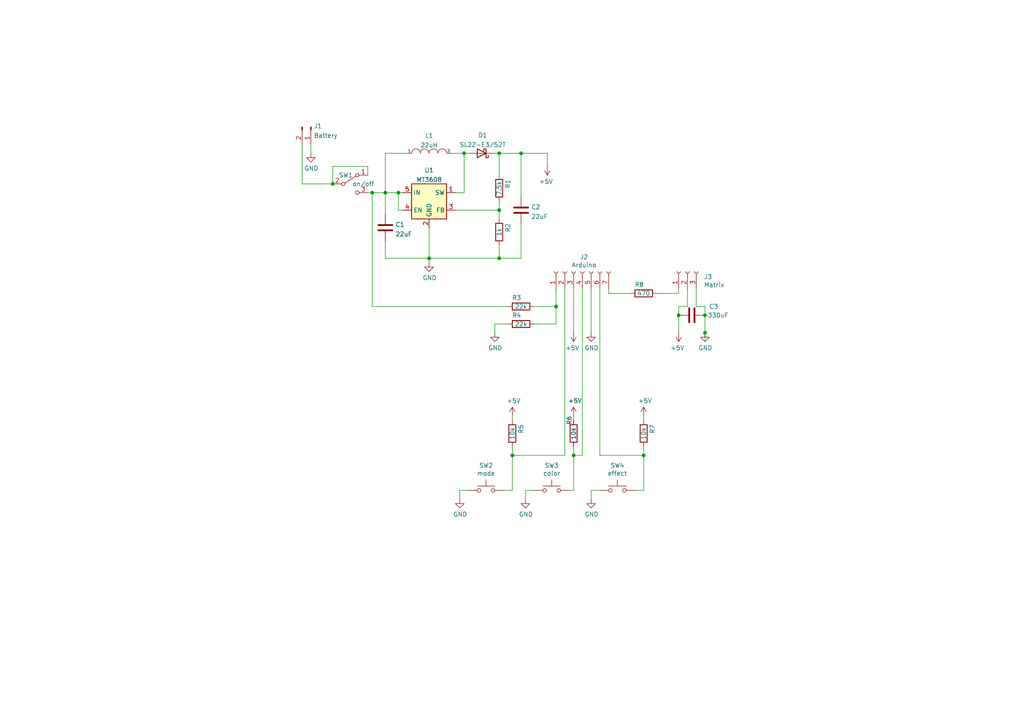
<source format=kicad_sch>
(kicad_sch (version 20211123) (generator eeschema)

  (uuid e63e39d7-6ac0-4ffd-8aa3-1841a4541b55)

  (paper "A4")

  (lib_symbols
    (symbol "Connector:Conn_01x02_Male" (pin_names (offset 1.016) hide) (in_bom yes) (on_board yes)
      (property "Reference" "J" (id 0) (at 0 2.54 0)
        (effects (font (size 1.27 1.27)))
      )
      (property "Value" "Conn_01x02_Male" (id 1) (at 0 -5.08 0)
        (effects (font (size 1.27 1.27)))
      )
      (property "Footprint" "" (id 2) (at 0 0 0)
        (effects (font (size 1.27 1.27)) hide)
      )
      (property "Datasheet" "~" (id 3) (at 0 0 0)
        (effects (font (size 1.27 1.27)) hide)
      )
      (property "ki_keywords" "connector" (id 4) (at 0 0 0)
        (effects (font (size 1.27 1.27)) hide)
      )
      (property "ki_description" "Generic connector, single row, 01x02, script generated (kicad-library-utils/schlib/autogen/connector/)" (id 5) (at 0 0 0)
        (effects (font (size 1.27 1.27)) hide)
      )
      (property "ki_fp_filters" "Connector*:*_1x??_*" (id 6) (at 0 0 0)
        (effects (font (size 1.27 1.27)) hide)
      )
      (symbol "Conn_01x02_Male_1_1"
        (polyline
          (pts
            (xy 1.27 -2.54)
            (xy 0.8636 -2.54)
          )
          (stroke (width 0.1524) (type default) (color 0 0 0 0))
          (fill (type none))
        )
        (polyline
          (pts
            (xy 1.27 0)
            (xy 0.8636 0)
          )
          (stroke (width 0.1524) (type default) (color 0 0 0 0))
          (fill (type none))
        )
        (rectangle (start 0.8636 -2.413) (end 0 -2.667)
          (stroke (width 0.1524) (type default) (color 0 0 0 0))
          (fill (type outline))
        )
        (rectangle (start 0.8636 0.127) (end 0 -0.127)
          (stroke (width 0.1524) (type default) (color 0 0 0 0))
          (fill (type outline))
        )
        (pin passive line (at 5.08 0 180) (length 3.81)
          (name "Pin_1" (effects (font (size 1.27 1.27))))
          (number "1" (effects (font (size 1.27 1.27))))
        )
        (pin passive line (at 5.08 -2.54 180) (length 3.81)
          (name "Pin_2" (effects (font (size 1.27 1.27))))
          (number "2" (effects (font (size 1.27 1.27))))
        )
      )
    )
    (symbol "Connector:Conn_01x03_Female" (pin_names (offset 1.016) hide) (in_bom yes) (on_board yes)
      (property "Reference" "J" (id 0) (at 0 5.08 0)
        (effects (font (size 1.27 1.27)))
      )
      (property "Value" "Conn_01x03_Female" (id 1) (at 0 -5.08 0)
        (effects (font (size 1.27 1.27)))
      )
      (property "Footprint" "" (id 2) (at 0 0 0)
        (effects (font (size 1.27 1.27)) hide)
      )
      (property "Datasheet" "~" (id 3) (at 0 0 0)
        (effects (font (size 1.27 1.27)) hide)
      )
      (property "ki_keywords" "connector" (id 4) (at 0 0 0)
        (effects (font (size 1.27 1.27)) hide)
      )
      (property "ki_description" "Generic connector, single row, 01x03, script generated (kicad-library-utils/schlib/autogen/connector/)" (id 5) (at 0 0 0)
        (effects (font (size 1.27 1.27)) hide)
      )
      (property "ki_fp_filters" "Connector*:*_1x??_*" (id 6) (at 0 0 0)
        (effects (font (size 1.27 1.27)) hide)
      )
      (symbol "Conn_01x03_Female_1_1"
        (arc (start 0 -2.032) (mid -0.508 -2.54) (end 0 -3.048)
          (stroke (width 0.1524) (type default) (color 0 0 0 0))
          (fill (type none))
        )
        (polyline
          (pts
            (xy -1.27 -2.54)
            (xy -0.508 -2.54)
          )
          (stroke (width 0.1524) (type default) (color 0 0 0 0))
          (fill (type none))
        )
        (polyline
          (pts
            (xy -1.27 0)
            (xy -0.508 0)
          )
          (stroke (width 0.1524) (type default) (color 0 0 0 0))
          (fill (type none))
        )
        (polyline
          (pts
            (xy -1.27 2.54)
            (xy -0.508 2.54)
          )
          (stroke (width 0.1524) (type default) (color 0 0 0 0))
          (fill (type none))
        )
        (arc (start 0 0.508) (mid -0.508 0) (end 0 -0.508)
          (stroke (width 0.1524) (type default) (color 0 0 0 0))
          (fill (type none))
        )
        (arc (start 0 3.048) (mid -0.508 2.54) (end 0 2.032)
          (stroke (width 0.1524) (type default) (color 0 0 0 0))
          (fill (type none))
        )
        (pin passive line (at -5.08 2.54 0) (length 3.81)
          (name "Pin_1" (effects (font (size 1.27 1.27))))
          (number "1" (effects (font (size 1.27 1.27))))
        )
        (pin passive line (at -5.08 0 0) (length 3.81)
          (name "Pin_2" (effects (font (size 1.27 1.27))))
          (number "2" (effects (font (size 1.27 1.27))))
        )
        (pin passive line (at -5.08 -2.54 0) (length 3.81)
          (name "Pin_3" (effects (font (size 1.27 1.27))))
          (number "3" (effects (font (size 1.27 1.27))))
        )
      )
    )
    (symbol "Connector:Conn_01x07_Female" (pin_names (offset 1.016) hide) (in_bom yes) (on_board yes)
      (property "Reference" "J" (id 0) (at 0 10.16 0)
        (effects (font (size 1.27 1.27)))
      )
      (property "Value" "Conn_01x07_Female" (id 1) (at 0 -10.16 0)
        (effects (font (size 1.27 1.27)))
      )
      (property "Footprint" "" (id 2) (at 0 0 0)
        (effects (font (size 1.27 1.27)) hide)
      )
      (property "Datasheet" "~" (id 3) (at 0 0 0)
        (effects (font (size 1.27 1.27)) hide)
      )
      (property "ki_keywords" "connector" (id 4) (at 0 0 0)
        (effects (font (size 1.27 1.27)) hide)
      )
      (property "ki_description" "Generic connector, single row, 01x07, script generated (kicad-library-utils/schlib/autogen/connector/)" (id 5) (at 0 0 0)
        (effects (font (size 1.27 1.27)) hide)
      )
      (property "ki_fp_filters" "Connector*:*_1x??_*" (id 6) (at 0 0 0)
        (effects (font (size 1.27 1.27)) hide)
      )
      (symbol "Conn_01x07_Female_1_1"
        (arc (start 0 -7.112) (mid -0.508 -7.62) (end 0 -8.128)
          (stroke (width 0.1524) (type default) (color 0 0 0 0))
          (fill (type none))
        )
        (arc (start 0 -4.572) (mid -0.508 -5.08) (end 0 -5.588)
          (stroke (width 0.1524) (type default) (color 0 0 0 0))
          (fill (type none))
        )
        (arc (start 0 -2.032) (mid -0.508 -2.54) (end 0 -3.048)
          (stroke (width 0.1524) (type default) (color 0 0 0 0))
          (fill (type none))
        )
        (polyline
          (pts
            (xy -1.27 -7.62)
            (xy -0.508 -7.62)
          )
          (stroke (width 0.1524) (type default) (color 0 0 0 0))
          (fill (type none))
        )
        (polyline
          (pts
            (xy -1.27 -5.08)
            (xy -0.508 -5.08)
          )
          (stroke (width 0.1524) (type default) (color 0 0 0 0))
          (fill (type none))
        )
        (polyline
          (pts
            (xy -1.27 -2.54)
            (xy -0.508 -2.54)
          )
          (stroke (width 0.1524) (type default) (color 0 0 0 0))
          (fill (type none))
        )
        (polyline
          (pts
            (xy -1.27 0)
            (xy -0.508 0)
          )
          (stroke (width 0.1524) (type default) (color 0 0 0 0))
          (fill (type none))
        )
        (polyline
          (pts
            (xy -1.27 2.54)
            (xy -0.508 2.54)
          )
          (stroke (width 0.1524) (type default) (color 0 0 0 0))
          (fill (type none))
        )
        (polyline
          (pts
            (xy -1.27 5.08)
            (xy -0.508 5.08)
          )
          (stroke (width 0.1524) (type default) (color 0 0 0 0))
          (fill (type none))
        )
        (polyline
          (pts
            (xy -1.27 7.62)
            (xy -0.508 7.62)
          )
          (stroke (width 0.1524) (type default) (color 0 0 0 0))
          (fill (type none))
        )
        (arc (start 0 0.508) (mid -0.508 0) (end 0 -0.508)
          (stroke (width 0.1524) (type default) (color 0 0 0 0))
          (fill (type none))
        )
        (arc (start 0 3.048) (mid -0.508 2.54) (end 0 2.032)
          (stroke (width 0.1524) (type default) (color 0 0 0 0))
          (fill (type none))
        )
        (arc (start 0 5.588) (mid -0.508 5.08) (end 0 4.572)
          (stroke (width 0.1524) (type default) (color 0 0 0 0))
          (fill (type none))
        )
        (arc (start 0 8.128) (mid -0.508 7.62) (end 0 7.112)
          (stroke (width 0.1524) (type default) (color 0 0 0 0))
          (fill (type none))
        )
        (pin passive line (at -5.08 7.62 0) (length 3.81)
          (name "Pin_1" (effects (font (size 1.27 1.27))))
          (number "1" (effects (font (size 1.27 1.27))))
        )
        (pin passive line (at -5.08 5.08 0) (length 3.81)
          (name "Pin_2" (effects (font (size 1.27 1.27))))
          (number "2" (effects (font (size 1.27 1.27))))
        )
        (pin passive line (at -5.08 2.54 0) (length 3.81)
          (name "Pin_3" (effects (font (size 1.27 1.27))))
          (number "3" (effects (font (size 1.27 1.27))))
        )
        (pin passive line (at -5.08 0 0) (length 3.81)
          (name "Pin_4" (effects (font (size 1.27 1.27))))
          (number "4" (effects (font (size 1.27 1.27))))
        )
        (pin passive line (at -5.08 -2.54 0) (length 3.81)
          (name "Pin_5" (effects (font (size 1.27 1.27))))
          (number "5" (effects (font (size 1.27 1.27))))
        )
        (pin passive line (at -5.08 -5.08 0) (length 3.81)
          (name "Pin_6" (effects (font (size 1.27 1.27))))
          (number "6" (effects (font (size 1.27 1.27))))
        )
        (pin passive line (at -5.08 -7.62 0) (length 3.81)
          (name "Pin_7" (effects (font (size 1.27 1.27))))
          (number "7" (effects (font (size 1.27 1.27))))
        )
      )
    )
    (symbol "Device:C" (pin_numbers hide) (pin_names (offset 0.254)) (in_bom yes) (on_board yes)
      (property "Reference" "C" (id 0) (at 0.635 2.54 0)
        (effects (font (size 1.27 1.27)) (justify left))
      )
      (property "Value" "C" (id 1) (at 0.635 -2.54 0)
        (effects (font (size 1.27 1.27)) (justify left))
      )
      (property "Footprint" "" (id 2) (at 0.9652 -3.81 0)
        (effects (font (size 1.27 1.27)) hide)
      )
      (property "Datasheet" "~" (id 3) (at 0 0 0)
        (effects (font (size 1.27 1.27)) hide)
      )
      (property "ki_keywords" "cap capacitor" (id 4) (at 0 0 0)
        (effects (font (size 1.27 1.27)) hide)
      )
      (property "ki_description" "Unpolarized capacitor" (id 5) (at 0 0 0)
        (effects (font (size 1.27 1.27)) hide)
      )
      (property "ki_fp_filters" "C_*" (id 6) (at 0 0 0)
        (effects (font (size 1.27 1.27)) hide)
      )
      (symbol "C_0_1"
        (polyline
          (pts
            (xy -2.032 -0.762)
            (xy 2.032 -0.762)
          )
          (stroke (width 0.508) (type default) (color 0 0 0 0))
          (fill (type none))
        )
        (polyline
          (pts
            (xy -2.032 0.762)
            (xy 2.032 0.762)
          )
          (stroke (width 0.508) (type default) (color 0 0 0 0))
          (fill (type none))
        )
      )
      (symbol "C_1_1"
        (pin passive line (at 0 3.81 270) (length 2.794)
          (name "~" (effects (font (size 1.27 1.27))))
          (number "1" (effects (font (size 1.27 1.27))))
        )
        (pin passive line (at 0 -3.81 90) (length 2.794)
          (name "~" (effects (font (size 1.27 1.27))))
          (number "2" (effects (font (size 1.27 1.27))))
        )
      )
    )
    (symbol "Device:D_Schottky" (pin_numbers hide) (pin_names (offset 1.016) hide) (in_bom yes) (on_board yes)
      (property "Reference" "D" (id 0) (at 0 2.54 0)
        (effects (font (size 1.27 1.27)))
      )
      (property "Value" "D_Schottky" (id 1) (at 0 -2.54 0)
        (effects (font (size 1.27 1.27)))
      )
      (property "Footprint" "" (id 2) (at 0 0 0)
        (effects (font (size 1.27 1.27)) hide)
      )
      (property "Datasheet" "~" (id 3) (at 0 0 0)
        (effects (font (size 1.27 1.27)) hide)
      )
      (property "ki_keywords" "diode Schottky" (id 4) (at 0 0 0)
        (effects (font (size 1.27 1.27)) hide)
      )
      (property "ki_description" "Schottky diode" (id 5) (at 0 0 0)
        (effects (font (size 1.27 1.27)) hide)
      )
      (property "ki_fp_filters" "TO-???* *_Diode_* *SingleDiode* D_*" (id 6) (at 0 0 0)
        (effects (font (size 1.27 1.27)) hide)
      )
      (symbol "D_Schottky_0_1"
        (polyline
          (pts
            (xy 1.27 0)
            (xy -1.27 0)
          )
          (stroke (width 0) (type default) (color 0 0 0 0))
          (fill (type none))
        )
        (polyline
          (pts
            (xy 1.27 1.27)
            (xy 1.27 -1.27)
            (xy -1.27 0)
            (xy 1.27 1.27)
          )
          (stroke (width 0.254) (type default) (color 0 0 0 0))
          (fill (type none))
        )
        (polyline
          (pts
            (xy -1.905 0.635)
            (xy -1.905 1.27)
            (xy -1.27 1.27)
            (xy -1.27 -1.27)
            (xy -0.635 -1.27)
            (xy -0.635 -0.635)
          )
          (stroke (width 0.254) (type default) (color 0 0 0 0))
          (fill (type none))
        )
      )
      (symbol "D_Schottky_1_1"
        (pin passive line (at -3.81 0 0) (length 2.54)
          (name "K" (effects (font (size 1.27 1.27))))
          (number "1" (effects (font (size 1.27 1.27))))
        )
        (pin passive line (at 3.81 0 180) (length 2.54)
          (name "A" (effects (font (size 1.27 1.27))))
          (number "2" (effects (font (size 1.27 1.27))))
        )
      )
    )
    (symbol "Device:R" (pin_numbers hide) (pin_names (offset 0)) (in_bom yes) (on_board yes)
      (property "Reference" "R" (id 0) (at 2.032 0 90)
        (effects (font (size 1.27 1.27)))
      )
      (property "Value" "R" (id 1) (at 0 0 90)
        (effects (font (size 1.27 1.27)))
      )
      (property "Footprint" "" (id 2) (at -1.778 0 90)
        (effects (font (size 1.27 1.27)) hide)
      )
      (property "Datasheet" "~" (id 3) (at 0 0 0)
        (effects (font (size 1.27 1.27)) hide)
      )
      (property "ki_keywords" "R res resistor" (id 4) (at 0 0 0)
        (effects (font (size 1.27 1.27)) hide)
      )
      (property "ki_description" "Resistor" (id 5) (at 0 0 0)
        (effects (font (size 1.27 1.27)) hide)
      )
      (property "ki_fp_filters" "R_*" (id 6) (at 0 0 0)
        (effects (font (size 1.27 1.27)) hide)
      )
      (symbol "R_0_1"
        (rectangle (start -1.016 -2.54) (end 1.016 2.54)
          (stroke (width 0.254) (type default) (color 0 0 0 0))
          (fill (type none))
        )
      )
      (symbol "R_1_1"
        (pin passive line (at 0 3.81 270) (length 1.27)
          (name "~" (effects (font (size 1.27 1.27))))
          (number "1" (effects (font (size 1.27 1.27))))
        )
        (pin passive line (at 0 -3.81 90) (length 1.27)
          (name "~" (effects (font (size 1.27 1.27))))
          (number "2" (effects (font (size 1.27 1.27))))
        )
      )
    )
    (symbol "Regulator_Switching:MT3608" (in_bom yes) (on_board yes)
      (property "Reference" "U" (id 0) (at -2.54 8.89 0)
        (effects (font (size 1.27 1.27)) (justify left))
      )
      (property "Value" "MT3608" (id 1) (at -3.81 6.35 0)
        (effects (font (size 1.27 1.27)) (justify left))
      )
      (property "Footprint" "Package_TO_SOT_SMD:SOT-23-6" (id 2) (at 1.27 -6.35 0)
        (effects (font (size 1.27 1.27) italic) (justify left) hide)
      )
      (property "Datasheet" "https://www.olimex.com/Products/Breadboarding/BB-PWR-3608/resources/MT3608.pdf" (id 3) (at -6.35 11.43 0)
        (effects (font (size 1.27 1.27)) hide)
      )
      (property "ki_keywords" "Step-Up Boost DC-DC Regulator Adjustable" (id 4) (at 0 0 0)
        (effects (font (size 1.27 1.27)) hide)
      )
      (property "ki_description" "High Efficiency 1.2MHz 2A Step Up Converter, 2-24V Vin, 28V Vout, 4A current limit, 1.2MHz, SOT23-6" (id 5) (at 0 0 0)
        (effects (font (size 1.27 1.27)) hide)
      )
      (property "ki_fp_filters" "SOT*23*" (id 6) (at 0 0 0)
        (effects (font (size 1.27 1.27)) hide)
      )
      (symbol "MT3608_0_1"
        (rectangle (start -5.08 5.08) (end 5.08 -5.08)
          (stroke (width 0.254) (type default) (color 0 0 0 0))
          (fill (type background))
        )
      )
      (symbol "MT3608_1_1"
        (pin passive line (at 7.62 2.54 180) (length 2.54)
          (name "SW" (effects (font (size 1.27 1.27))))
          (number "1" (effects (font (size 1.27 1.27))))
        )
        (pin power_in line (at 0 -7.62 90) (length 2.54)
          (name "GND" (effects (font (size 1.27 1.27))))
          (number "2" (effects (font (size 1.27 1.27))))
        )
        (pin input line (at 7.62 -2.54 180) (length 2.54)
          (name "FB" (effects (font (size 1.27 1.27))))
          (number "3" (effects (font (size 1.27 1.27))))
        )
        (pin input line (at -7.62 -2.54 0) (length 2.54)
          (name "EN" (effects (font (size 1.27 1.27))))
          (number "4" (effects (font (size 1.27 1.27))))
        )
        (pin power_in line (at -7.62 2.54 0) (length 2.54)
          (name "IN" (effects (font (size 1.27 1.27))))
          (number "5" (effects (font (size 1.27 1.27))))
        )
        (pin no_connect line (at 5.08 0 180) (length 2.54) hide
          (name "NC" (effects (font (size 1.27 1.27))))
          (number "6" (effects (font (size 1.27 1.27))))
        )
      )
    )
    (symbol "Switch:SW_SPDT" (pin_names (offset 0) hide) (in_bom yes) (on_board yes)
      (property "Reference" "SW" (id 0) (at 0 4.318 0)
        (effects (font (size 1.27 1.27)))
      )
      (property "Value" "SW_SPDT" (id 1) (at 0 -5.08 0)
        (effects (font (size 1.27 1.27)))
      )
      (property "Footprint" "" (id 2) (at 0 0 0)
        (effects (font (size 1.27 1.27)) hide)
      )
      (property "Datasheet" "~" (id 3) (at 0 0 0)
        (effects (font (size 1.27 1.27)) hide)
      )
      (property "ki_keywords" "switch single-pole double-throw spdt ON-ON" (id 4) (at 0 0 0)
        (effects (font (size 1.27 1.27)) hide)
      )
      (property "ki_description" "Switch, single pole double throw" (id 5) (at 0 0 0)
        (effects (font (size 1.27 1.27)) hide)
      )
      (symbol "SW_SPDT_0_0"
        (circle (center -2.032 0) (radius 0.508)
          (stroke (width 0) (type default) (color 0 0 0 0))
          (fill (type none))
        )
        (circle (center 2.032 -2.54) (radius 0.508)
          (stroke (width 0) (type default) (color 0 0 0 0))
          (fill (type none))
        )
      )
      (symbol "SW_SPDT_0_1"
        (polyline
          (pts
            (xy -1.524 0.254)
            (xy 1.651 2.286)
          )
          (stroke (width 0) (type default) (color 0 0 0 0))
          (fill (type none))
        )
        (circle (center 2.032 2.54) (radius 0.508)
          (stroke (width 0) (type default) (color 0 0 0 0))
          (fill (type none))
        )
      )
      (symbol "SW_SPDT_1_1"
        (pin passive line (at 5.08 2.54 180) (length 2.54)
          (name "A" (effects (font (size 1.27 1.27))))
          (number "1" (effects (font (size 1.27 1.27))))
        )
        (pin passive line (at -5.08 0 0) (length 2.54)
          (name "B" (effects (font (size 1.27 1.27))))
          (number "2" (effects (font (size 1.27 1.27))))
        )
        (pin passive line (at 5.08 -2.54 180) (length 2.54)
          (name "C" (effects (font (size 1.27 1.27))))
          (number "3" (effects (font (size 1.27 1.27))))
        )
      )
    )
    (symbol "bikepxiel rear:SW_Push" (pin_numbers hide) (pin_names (offset 1.016) hide) (in_bom yes) (on_board yes)
      (property "Reference" "SW" (id 0) (at 1.27 2.54 0)
        (effects (font (size 1.27 1.27)) (justify left))
      )
      (property "Value" "SW_Push" (id 1) (at 0 -1.524 0)
        (effects (font (size 1.27 1.27)))
      )
      (property "Footprint" "" (id 2) (at 0 5.08 0)
        (effects (font (size 1.27 1.27)) hide)
      )
      (property "Datasheet" "" (id 3) (at 0 5.08 0)
        (effects (font (size 1.27 1.27)) hide)
      )
      (symbol "SW_Push_0_1"
        (circle (center -2.032 0) (radius 0.508)
          (stroke (width 0) (type default) (color 0 0 0 0))
          (fill (type none))
        )
        (polyline
          (pts
            (xy 0 1.27)
            (xy 0 3.048)
          )
          (stroke (width 0) (type default) (color 0 0 0 0))
          (fill (type none))
        )
        (polyline
          (pts
            (xy 2.54 1.27)
            (xy -2.54 1.27)
          )
          (stroke (width 0) (type default) (color 0 0 0 0))
          (fill (type none))
        )
        (circle (center 2.032 0) (radius 0.508)
          (stroke (width 0) (type default) (color 0 0 0 0))
          (fill (type none))
        )
        (pin passive line (at -5.08 0 0) (length 2.54)
          (name "1" (effects (font (size 1.27 1.27))))
          (number "1" (effects (font (size 1.27 1.27))))
        )
        (pin passive line (at 5.08 0 180) (length 2.54)
          (name "2" (effects (font (size 1.27 1.27))))
          (number "2" (effects (font (size 1.27 1.27))))
        )
      )
    )
    (symbol "power:+5V" (power) (pin_names (offset 0)) (in_bom yes) (on_board yes)
      (property "Reference" "#PWR" (id 0) (at 0 -3.81 0)
        (effects (font (size 1.27 1.27)) hide)
      )
      (property "Value" "+5V" (id 1) (at 0 3.556 0)
        (effects (font (size 1.27 1.27)))
      )
      (property "Footprint" "" (id 2) (at 0 0 0)
        (effects (font (size 1.27 1.27)) hide)
      )
      (property "Datasheet" "" (id 3) (at 0 0 0)
        (effects (font (size 1.27 1.27)) hide)
      )
      (property "ki_keywords" "power-flag" (id 4) (at 0 0 0)
        (effects (font (size 1.27 1.27)) hide)
      )
      (property "ki_description" "Power symbol creates a global label with name \"+5V\"" (id 5) (at 0 0 0)
        (effects (font (size 1.27 1.27)) hide)
      )
      (symbol "+5V_0_1"
        (polyline
          (pts
            (xy -0.762 1.27)
            (xy 0 2.54)
          )
          (stroke (width 0) (type default) (color 0 0 0 0))
          (fill (type none))
        )
        (polyline
          (pts
            (xy 0 0)
            (xy 0 2.54)
          )
          (stroke (width 0) (type default) (color 0 0 0 0))
          (fill (type none))
        )
        (polyline
          (pts
            (xy 0 2.54)
            (xy 0.762 1.27)
          )
          (stroke (width 0) (type default) (color 0 0 0 0))
          (fill (type none))
        )
      )
      (symbol "+5V_1_1"
        (pin power_in line (at 0 0 90) (length 0) hide
          (name "+5V" (effects (font (size 1.27 1.27))))
          (number "1" (effects (font (size 1.27 1.27))))
        )
      )
    )
    (symbol "power:GND" (power) (pin_names (offset 0)) (in_bom yes) (on_board yes)
      (property "Reference" "#PWR" (id 0) (at 0 -6.35 0)
        (effects (font (size 1.27 1.27)) hide)
      )
      (property "Value" "GND" (id 1) (at 0 -3.81 0)
        (effects (font (size 1.27 1.27)))
      )
      (property "Footprint" "" (id 2) (at 0 0 0)
        (effects (font (size 1.27 1.27)) hide)
      )
      (property "Datasheet" "" (id 3) (at 0 0 0)
        (effects (font (size 1.27 1.27)) hide)
      )
      (property "ki_keywords" "power-flag" (id 4) (at 0 0 0)
        (effects (font (size 1.27 1.27)) hide)
      )
      (property "ki_description" "Power symbol creates a global label with name \"GND\" , ground" (id 5) (at 0 0 0)
        (effects (font (size 1.27 1.27)) hide)
      )
      (symbol "GND_0_1"
        (polyline
          (pts
            (xy 0 0)
            (xy 0 -1.27)
            (xy 1.27 -1.27)
            (xy 0 -2.54)
            (xy -1.27 -1.27)
            (xy 0 -1.27)
          )
          (stroke (width 0) (type default) (color 0 0 0 0))
          (fill (type none))
        )
      )
      (symbol "GND_1_1"
        (pin power_in line (at 0 0 270) (length 0) hide
          (name "GND" (effects (font (size 1.27 1.27))))
          (number "1" (effects (font (size 1.27 1.27))))
        )
      )
    )
    (symbol "pspice:INDUCTOR" (pin_numbers hide) (pin_names (offset 0)) (in_bom yes) (on_board yes)
      (property "Reference" "L" (id 0) (at 0 2.54 0)
        (effects (font (size 1.27 1.27)))
      )
      (property "Value" "INDUCTOR" (id 1) (at 0 -1.27 0)
        (effects (font (size 1.27 1.27)))
      )
      (property "Footprint" "" (id 2) (at 0 0 0)
        (effects (font (size 1.27 1.27)) hide)
      )
      (property "Datasheet" "~" (id 3) (at 0 0 0)
        (effects (font (size 1.27 1.27)) hide)
      )
      (property "ki_keywords" "simulation" (id 4) (at 0 0 0)
        (effects (font (size 1.27 1.27)) hide)
      )
      (property "ki_description" "Inductor symbol for simulation only" (id 5) (at 0 0 0)
        (effects (font (size 1.27 1.27)) hide)
      )
      (symbol "INDUCTOR_0_1"
        (arc (start -2.54 0) (mid -3.81 1.27) (end -5.08 0)
          (stroke (width 0) (type default) (color 0 0 0 0))
          (fill (type none))
        )
        (arc (start 0 0) (mid -1.27 1.27) (end -2.54 0)
          (stroke (width 0) (type default) (color 0 0 0 0))
          (fill (type none))
        )
        (arc (start 2.54 0) (mid 1.27 1.27) (end 0 0)
          (stroke (width 0) (type default) (color 0 0 0 0))
          (fill (type none))
        )
        (arc (start 5.08 0) (mid 3.81 1.27) (end 2.54 0)
          (stroke (width 0) (type default) (color 0 0 0 0))
          (fill (type none))
        )
      )
      (symbol "INDUCTOR_1_1"
        (pin input line (at -6.35 0 0) (length 1.27)
          (name "1" (effects (font (size 0.762 0.762))))
          (number "1" (effects (font (size 0.762 0.762))))
        )
        (pin input line (at 6.35 0 180) (length 1.27)
          (name "2" (effects (font (size 0.762 0.762))))
          (number "2" (effects (font (size 0.762 0.762))))
        )
      )
    )
  )

  (junction (at 96.52 53.34) (diameter 0) (color 0 0 0 0)
    (uuid 044c08d3-1d6d-46e6-9e2e-33087b7f1dba)
  )
  (junction (at 186.69 132.08) (diameter 0) (color 0 0 0 0)
    (uuid 1c6434d3-2eb4-45c4-919b-76bc5df93b2a)
  )
  (junction (at 196.85 91.44) (diameter 0) (color 0 0 0 0)
    (uuid 26499fda-28f0-49df-ae6e-bde6da76eedc)
  )
  (junction (at 161.29 88.9) (diameter 0) (color 0 0 0 0)
    (uuid 279883ee-c8dc-4b0c-9374-4e92b76f0ce8)
  )
  (junction (at 144.78 74.93) (diameter 0) (color 0 0 0 0)
    (uuid 31711d36-88ed-40d0-9519-6cb957c6830c)
  )
  (junction (at 166.37 132.08) (diameter 0) (color 0 0 0 0)
    (uuid 3334571c-c306-4b79-9192-949abe8085c3)
  )
  (junction (at 204.47 96.52) (diameter 0) (color 0 0 0 0)
    (uuid 3628a9fd-488d-40ac-829b-00ab29f8fad7)
  )
  (junction (at 144.78 44.45) (diameter 0) (color 0 0 0 0)
    (uuid 38b34817-b9c5-478e-8314-32bbf4940c7b)
  )
  (junction (at 134.62 44.45) (diameter 0) (color 0 0 0 0)
    (uuid 43985113-ba1b-496b-b3d9-1266127e5d3d)
  )
  (junction (at 107.95 55.88) (diameter 0) (color 0 0 0 0)
    (uuid 566eb6d4-19ec-4b4a-aa08-b253cab3d832)
  )
  (junction (at 151.13 44.45) (diameter 0) (color 0 0 0 0)
    (uuid 5d641701-ae71-47e2-b2b5-1195fb39dac2)
  )
  (junction (at 144.78 60.96) (diameter 0) (color 0 0 0 0)
    (uuid a1081d9d-2734-4d9e-b16d-0fa146b3a8d5)
  )
  (junction (at 115.57 55.88) (diameter 0) (color 0 0 0 0)
    (uuid bf6f06db-5729-471d-8955-93f3af5f26d7)
  )
  (junction (at 111.76 55.88) (diameter 0) (color 0 0 0 0)
    (uuid c309b81c-590a-4ab1-84e4-9eb649155410)
  )
  (junction (at 148.59 132.08) (diameter 0) (color 0 0 0 0)
    (uuid c5b352a6-6b4e-44b1-94d3-3d0f300f9efb)
  )
  (junction (at 204.47 91.44) (diameter 0) (color 0 0 0 0)
    (uuid e30fb371-7146-4845-9860-595357c2a1b2)
  )
  (junction (at 124.46 74.93) (diameter 0) (color 0 0 0 0)
    (uuid e4271f6e-f056-4c5f-b0cc-f50cb8852085)
  )

  (wire (pts (xy 186.69 142.24) (xy 184.15 142.24))
    (stroke (width 0) (type default) (color 0 0 0 0))
    (uuid 02c86f21-caef-4fbc-95b0-d828a7114318)
  )
  (wire (pts (xy 182.88 85.09) (xy 176.53 85.09))
    (stroke (width 0) (type default) (color 0 0 0 0))
    (uuid 0a6b5814-2972-4ec4-8bea-46828fb75039)
  )
  (wire (pts (xy 173.99 83.82) (xy 173.99 132.08))
    (stroke (width 0) (type default) (color 0 0 0 0))
    (uuid 0b832a58-f83d-46d7-8219-03220e6bbced)
  )
  (wire (pts (xy 106.68 48.26) (xy 96.52 48.26))
    (stroke (width 0) (type default) (color 0 0 0 0))
    (uuid 0c29a6b8-6381-4ec6-97bc-b5e739400541)
  )
  (wire (pts (xy 196.85 91.44) (xy 196.85 96.52))
    (stroke (width 0) (type default) (color 0 0 0 0))
    (uuid 0cdebb81-7707-4273-b91b-84c97256655a)
  )
  (wire (pts (xy 144.78 60.96) (xy 144.78 63.5))
    (stroke (width 0) (type default) (color 0 0 0 0))
    (uuid 0d47f00d-62ca-4a3d-84d8-288b2e345dc7)
  )
  (wire (pts (xy 124.46 66.04) (xy 124.46 74.93))
    (stroke (width 0) (type default) (color 0 0 0 0))
    (uuid 0e080afe-9b82-4b61-ae86-ec8cc124007d)
  )
  (wire (pts (xy 166.37 142.24) (xy 166.37 132.08))
    (stroke (width 0) (type default) (color 0 0 0 0))
    (uuid 0e4017fd-02b7-4b3e-b764-397cfccac2d2)
  )
  (wire (pts (xy 186.69 142.24) (xy 186.69 132.08))
    (stroke (width 0) (type default) (color 0 0 0 0))
    (uuid 14202ecb-5941-455d-a867-b86716db90d7)
  )
  (wire (pts (xy 190.5 85.09) (xy 196.85 85.09))
    (stroke (width 0) (type default) (color 0 0 0 0))
    (uuid 167e0dc3-f820-4d48-81fb-4e2a58476c04)
  )
  (wire (pts (xy 90.17 41.91) (xy 90.17 44.45))
    (stroke (width 0) (type default) (color 0 0 0 0))
    (uuid 1b7e09d2-fca9-4738-8a98-54cb2bc4aed3)
  )
  (wire (pts (xy 111.76 74.93) (xy 124.46 74.93))
    (stroke (width 0) (type default) (color 0 0 0 0))
    (uuid 1e042bf3-39ab-4f34-b3ff-a7967de8d1c8)
  )
  (wire (pts (xy 115.57 55.88) (xy 116.84 55.88))
    (stroke (width 0) (type default) (color 0 0 0 0))
    (uuid 1f119bc4-e168-446e-a802-f517a7e3e8c4)
  )
  (wire (pts (xy 144.78 74.93) (xy 144.78 71.12))
    (stroke (width 0) (type default) (color 0 0 0 0))
    (uuid 20881e28-aa87-4345-8992-26a41a44ff6f)
  )
  (wire (pts (xy 151.13 44.45) (xy 151.13 57.15))
    (stroke (width 0) (type default) (color 0 0 0 0))
    (uuid 20ed2eb5-18c0-4fca-9a75-d4075e0a2e9f)
  )
  (wire (pts (xy 96.52 48.26) (xy 96.52 53.34))
    (stroke (width 0) (type default) (color 0 0 0 0))
    (uuid 22685d90-11d0-4d04-8556-ac61a6d195b0)
  )
  (wire (pts (xy 106.68 55.88) (xy 107.95 55.88))
    (stroke (width 0) (type default) (color 0 0 0 0))
    (uuid 283b4aac-0054-4018-8e43-895e795d8bd5)
  )
  (wire (pts (xy 176.53 85.09) (xy 176.53 83.82))
    (stroke (width 0) (type default) (color 0 0 0 0))
    (uuid 2a24dffe-c9d6-428a-aa0a-97de6a340b8b)
  )
  (wire (pts (xy 144.78 58.42) (xy 144.78 60.96))
    (stroke (width 0) (type default) (color 0 0 0 0))
    (uuid 2d45f76c-5e10-4489-b2d0-d21e2ddc5573)
  )
  (wire (pts (xy 186.69 120.65) (xy 186.69 121.92))
    (stroke (width 0) (type default) (color 0 0 0 0))
    (uuid 2ee514c3-8fe8-4bfc-bae8-2feff67b4a1c)
  )
  (wire (pts (xy 161.29 88.9) (xy 161.29 83.82))
    (stroke (width 0) (type default) (color 0 0 0 0))
    (uuid 31d08f1f-aab1-4317-a820-09ab161f5c72)
  )
  (wire (pts (xy 87.63 53.34) (xy 96.52 53.34))
    (stroke (width 0) (type default) (color 0 0 0 0))
    (uuid 3d06e6ab-1839-479d-8325-d2b5d9a64d1f)
  )
  (wire (pts (xy 106.68 50.8) (xy 106.68 48.26))
    (stroke (width 0) (type default) (color 0 0 0 0))
    (uuid 4afc32c5-55c0-40fc-a3ed-06211388750c)
  )
  (wire (pts (xy 166.37 120.65) (xy 166.37 121.92))
    (stroke (width 0) (type default) (color 0 0 0 0))
    (uuid 4ce03590-e0e1-4703-b46c-7b385c2aeba2)
  )
  (wire (pts (xy 124.46 74.93) (xy 144.78 74.93))
    (stroke (width 0) (type default) (color 0 0 0 0))
    (uuid 5043362f-2c6b-433f-bd8b-9df026cea97e)
  )
  (wire (pts (xy 171.45 142.24) (xy 173.99 142.24))
    (stroke (width 0) (type default) (color 0 0 0 0))
    (uuid 52ee041e-391d-486f-9b84-abdb5d15db1c)
  )
  (wire (pts (xy 111.76 55.88) (xy 115.57 55.88))
    (stroke (width 0) (type default) (color 0 0 0 0))
    (uuid 55f8f9f2-54f4-4a9c-a28d-a3bf39443786)
  )
  (wire (pts (xy 143.51 44.45) (xy 144.78 44.45))
    (stroke (width 0) (type default) (color 0 0 0 0))
    (uuid 560fe261-ae76-4fe6-bf32-edb5f1637e66)
  )
  (wire (pts (xy 116.84 60.96) (xy 115.57 60.96))
    (stroke (width 0) (type default) (color 0 0 0 0))
    (uuid 5cd83c51-a95d-4a19-a017-549befa7d2ad)
  )
  (wire (pts (xy 161.29 93.98) (xy 161.29 88.9))
    (stroke (width 0) (type default) (color 0 0 0 0))
    (uuid 5fd9f1ac-f3c7-4a31-a933-1abdda722179)
  )
  (wire (pts (xy 111.76 69.85) (xy 111.76 74.93))
    (stroke (width 0) (type default) (color 0 0 0 0))
    (uuid 6415fa0c-403a-4649-8d8b-eeff7126be85)
  )
  (wire (pts (xy 134.62 55.88) (xy 134.62 44.45))
    (stroke (width 0) (type default) (color 0 0 0 0))
    (uuid 64d164ac-faed-48b1-816c-837285af8595)
  )
  (wire (pts (xy 144.78 44.45) (xy 151.13 44.45))
    (stroke (width 0) (type default) (color 0 0 0 0))
    (uuid 66a4b967-f16a-4d9e-b6db-59dc70b0ab84)
  )
  (wire (pts (xy 148.59 120.65) (xy 148.59 121.92))
    (stroke (width 0) (type default) (color 0 0 0 0))
    (uuid 6a208df9-979b-4538-9095-200a47936ed0)
  )
  (wire (pts (xy 152.4 142.24) (xy 152.4 144.78))
    (stroke (width 0) (type default) (color 0 0 0 0))
    (uuid 6cb58166-d5fb-414a-98d8-94eda5c527bb)
  )
  (wire (pts (xy 107.95 88.9) (xy 107.95 55.88))
    (stroke (width 0) (type default) (color 0 0 0 0))
    (uuid 6daed8bd-92cf-4e18-aaf8-240b457f19df)
  )
  (wire (pts (xy 133.35 142.24) (xy 133.35 144.78))
    (stroke (width 0) (type default) (color 0 0 0 0))
    (uuid 70292c19-a672-4311-9469-cca02074edfc)
  )
  (wire (pts (xy 199.39 83.82) (xy 199.39 88.9))
    (stroke (width 0) (type default) (color 0 0 0 0))
    (uuid 726d5642-3df2-46ac-8dab-77f2dd7a181f)
  )
  (wire (pts (xy 107.95 55.88) (xy 111.76 55.88))
    (stroke (width 0) (type default) (color 0 0 0 0))
    (uuid 75fb3df3-d06d-4ad7-97b8-52fd0388634d)
  )
  (wire (pts (xy 171.45 142.24) (xy 171.45 144.78))
    (stroke (width 0) (type default) (color 0 0 0 0))
    (uuid 769ea560-2289-4ed4-9a90-b0dea97e737b)
  )
  (wire (pts (xy 118.11 44.45) (xy 111.76 44.45))
    (stroke (width 0) (type default) (color 0 0 0 0))
    (uuid 811f1ce2-753e-4954-91f7-e8dc3c54257b)
  )
  (wire (pts (xy 143.51 93.98) (xy 147.32 93.98))
    (stroke (width 0) (type default) (color 0 0 0 0))
    (uuid 84c4cdcc-d36d-4d14-a1cf-023779f134aa)
  )
  (wire (pts (xy 154.94 93.98) (xy 161.29 93.98))
    (stroke (width 0) (type default) (color 0 0 0 0))
    (uuid 84c740e1-311f-4bde-afce-1e7ad033c5df)
  )
  (wire (pts (xy 148.59 132.08) (xy 148.59 129.54))
    (stroke (width 0) (type default) (color 0 0 0 0))
    (uuid 88437818-a1b8-44b4-bc00-e42bba625dc9)
  )
  (wire (pts (xy 143.51 96.52) (xy 143.51 93.98))
    (stroke (width 0) (type default) (color 0 0 0 0))
    (uuid 896c1f79-06eb-4386-9e62-4aa52274b6da)
  )
  (wire (pts (xy 199.39 88.9) (xy 196.85 88.9))
    (stroke (width 0) (type default) (color 0 0 0 0))
    (uuid 8b0e77d6-7888-4840-a867-95c0b6bc01b5)
  )
  (wire (pts (xy 111.76 44.45) (xy 111.76 55.88))
    (stroke (width 0) (type default) (color 0 0 0 0))
    (uuid 8f99d6ea-f96b-40e6-9a04-4ab5fd0930b1)
  )
  (wire (pts (xy 196.85 85.09) (xy 196.85 83.82))
    (stroke (width 0) (type default) (color 0 0 0 0))
    (uuid 917cd117-92bc-45a7-bf89-1770f5fb3f75)
  )
  (wire (pts (xy 115.57 60.96) (xy 115.57 55.88))
    (stroke (width 0) (type default) (color 0 0 0 0))
    (uuid 95c3ec87-615c-45df-8174-22fa073babe3)
  )
  (wire (pts (xy 144.78 74.93) (xy 151.13 74.93))
    (stroke (width 0) (type default) (color 0 0 0 0))
    (uuid 9dca1f0e-34f6-4e10-b0aa-fd332acf51dd)
  )
  (wire (pts (xy 135.89 142.24) (xy 133.35 142.24))
    (stroke (width 0) (type default) (color 0 0 0 0))
    (uuid a6483b00-4f49-4b33-b874-e2e0d3fd9303)
  )
  (wire (pts (xy 158.75 44.45) (xy 151.13 44.45))
    (stroke (width 0) (type default) (color 0 0 0 0))
    (uuid a900efc5-1869-4722-8a5c-8cce2f8a41b6)
  )
  (wire (pts (xy 166.37 132.08) (xy 168.91 132.08))
    (stroke (width 0) (type default) (color 0 0 0 0))
    (uuid a9020c88-312f-49d4-af97-70066f9a1449)
  )
  (wire (pts (xy 166.37 83.82) (xy 166.37 96.52))
    (stroke (width 0) (type default) (color 0 0 0 0))
    (uuid ae5d10fb-0c1f-487f-bf73-01918e8dbf6f)
  )
  (wire (pts (xy 87.63 41.91) (xy 87.63 53.34))
    (stroke (width 0) (type default) (color 0 0 0 0))
    (uuid bb3724a8-4fc1-4f9d-b24d-1fd2f0be8d2f)
  )
  (wire (pts (xy 163.83 83.82) (xy 163.83 132.08))
    (stroke (width 0) (type default) (color 0 0 0 0))
    (uuid bea25862-abba-489f-bceb-f737bbb678c5)
  )
  (wire (pts (xy 166.37 142.24) (xy 165.1 142.24))
    (stroke (width 0) (type default) (color 0 0 0 0))
    (uuid bfb98b57-4773-47e2-9d39-fe5066822d93)
  )
  (wire (pts (xy 204.47 96.52) (xy 204.47 99.06))
    (stroke (width 0) (type default) (color 0 0 0 0))
    (uuid c0159144-ff5e-4caa-8b87-3e3cfb32ea0e)
  )
  (wire (pts (xy 196.85 88.9) (xy 196.85 91.44))
    (stroke (width 0) (type default) (color 0 0 0 0))
    (uuid c0b7f3c6-3a8b-4cbc-8e07-4879365e8103)
  )
  (wire (pts (xy 148.59 132.08) (xy 163.83 132.08))
    (stroke (width 0) (type default) (color 0 0 0 0))
    (uuid c4358a16-7fbe-4322-9284-f64d477b6623)
  )
  (wire (pts (xy 124.46 74.93) (xy 124.46 76.2))
    (stroke (width 0) (type default) (color 0 0 0 0))
    (uuid ca0ca8c4-a08d-4f94-9704-8ec521a3dc22)
  )
  (wire (pts (xy 158.75 48.26) (xy 158.75 44.45))
    (stroke (width 0) (type default) (color 0 0 0 0))
    (uuid ca8cd7c9-066b-4a61-9759-01cb8c43300f)
  )
  (wire (pts (xy 132.08 60.96) (xy 144.78 60.96))
    (stroke (width 0) (type default) (color 0 0 0 0))
    (uuid ce99aeb9-1405-49d2-a243-797b2c75a44d)
  )
  (wire (pts (xy 152.4 142.24) (xy 154.94 142.24))
    (stroke (width 0) (type default) (color 0 0 0 0))
    (uuid d1c6bcd9-9093-4bbd-b2e6-1e566a3f681f)
  )
  (wire (pts (xy 151.13 74.93) (xy 151.13 64.77))
    (stroke (width 0) (type default) (color 0 0 0 0))
    (uuid d2f8a3e1-b52f-404a-b9c2-6b6a0edd4d1e)
  )
  (wire (pts (xy 204.47 91.44) (xy 204.47 96.52))
    (stroke (width 0) (type default) (color 0 0 0 0))
    (uuid d67f868d-53f9-4bb4-bd2c-92ef211808ff)
  )
  (wire (pts (xy 132.08 55.88) (xy 134.62 55.88))
    (stroke (width 0) (type default) (color 0 0 0 0))
    (uuid db9f944d-d790-4c35-a631-7c304e2f931b)
  )
  (wire (pts (xy 111.76 55.88) (xy 111.76 62.23))
    (stroke (width 0) (type default) (color 0 0 0 0))
    (uuid e1cad1cb-9982-484d-9c70-550fa7b8df91)
  )
  (wire (pts (xy 134.62 44.45) (xy 135.89 44.45))
    (stroke (width 0) (type default) (color 0 0 0 0))
    (uuid e3397eb8-d63d-46ae-861d-2506980f41fc)
  )
  (wire (pts (xy 204.47 88.9) (xy 204.47 91.44))
    (stroke (width 0) (type default) (color 0 0 0 0))
    (uuid e45fe090-bc92-4bd8-84a2-e503098da63b)
  )
  (wire (pts (xy 201.93 83.82) (xy 201.93 88.9))
    (stroke (width 0) (type default) (color 0 0 0 0))
    (uuid e4a9ddd8-7ada-440b-a9de-a5d7da8f72b2)
  )
  (wire (pts (xy 171.45 83.82) (xy 171.45 96.52))
    (stroke (width 0) (type default) (color 0 0 0 0))
    (uuid e65cdd4f-d044-4664-ac08-106160a06115)
  )
  (wire (pts (xy 144.78 44.45) (xy 144.78 50.8))
    (stroke (width 0) (type default) (color 0 0 0 0))
    (uuid e7796ff5-b4ff-4c77-aa72-524b96040177)
  )
  (wire (pts (xy 148.59 142.24) (xy 146.05 142.24))
    (stroke (width 0) (type default) (color 0 0 0 0))
    (uuid ea392df3-7bcd-432a-9a3e-652caf424282)
  )
  (wire (pts (xy 168.91 83.82) (xy 168.91 132.08))
    (stroke (width 0) (type default) (color 0 0 0 0))
    (uuid ed792a35-5756-44dd-82cf-7918ecc06d2f)
  )
  (wire (pts (xy 186.69 132.08) (xy 173.99 132.08))
    (stroke (width 0) (type default) (color 0 0 0 0))
    (uuid edff7200-18c6-4e0c-99f9-a118fc24b63a)
  )
  (wire (pts (xy 147.32 88.9) (xy 107.95 88.9))
    (stroke (width 0) (type default) (color 0 0 0 0))
    (uuid ee963bf4-5f5e-4dde-b60e-b315227efba4)
  )
  (wire (pts (xy 130.81 44.45) (xy 134.62 44.45))
    (stroke (width 0) (type default) (color 0 0 0 0))
    (uuid f01d3192-0887-4c7d-a0d7-4adf65d375af)
  )
  (wire (pts (xy 148.59 142.24) (xy 148.59 132.08))
    (stroke (width 0) (type default) (color 0 0 0 0))
    (uuid f1a8edab-bf46-4526-a465-5634381ae6a3)
  )
  (wire (pts (xy 166.37 132.08) (xy 166.37 129.54))
    (stroke (width 0) (type default) (color 0 0 0 0))
    (uuid f294a229-6752-4bf0-afcf-4e666738928a)
  )
  (wire (pts (xy 201.93 88.9) (xy 204.47 88.9))
    (stroke (width 0) (type default) (color 0 0 0 0))
    (uuid f36d557b-f4f0-40bb-affa-1654c552b6a6)
  )
  (wire (pts (xy 154.94 88.9) (xy 161.29 88.9))
    (stroke (width 0) (type default) (color 0 0 0 0))
    (uuid f9d8dde2-9e9a-4db0-87b5-cf7d4ae59059)
  )
  (wire (pts (xy 186.69 132.08) (xy 186.69 129.54))
    (stroke (width 0) (type default) (color 0 0 0 0))
    (uuid fde990cb-bef7-4857-b479-4a747f3020bc)
  )

  (symbol (lib_id "Device:R") (at 151.13 93.98 90) (unit 1)
    (in_bom yes) (on_board yes)
    (uuid 007c736e-2825-41a0-b83b-220a62c494c1)
    (property "Reference" "R4" (id 0) (at 149.86 91.44 90))
    (property "Value" "22k" (id 1) (at 151.13 93.98 90))
    (property "Footprint" "Resistor_SMD:R_1218_3246Metric_Pad1.22x4.75mm_HandSolder" (id 2) (at 151.13 95.758 90)
      (effects (font (size 1.27 1.27)) hide)
    )
    (property "Datasheet" "~" (id 3) (at 151.13 93.98 0)
      (effects (font (size 1.27 1.27)) hide)
    )
    (pin "1" (uuid 9c201e14-8151-4a90-9449-a3bceca13d86))
    (pin "2" (uuid 6f0d087a-5e99-4439-9e6b-2a749701dc80))
  )

  (symbol (lib_id "Regulator_Switching:MT3608") (at 124.46 58.42 0) (unit 1)
    (in_bom yes) (on_board yes) (fields_autoplaced)
    (uuid 009666e7-4f5b-426a-a029-7cb33e2a729a)
    (property "Reference" "U1" (id 0) (at 124.46 49.3735 0))
    (property "Value" "MT3608" (id 1) (at 124.46 52.1486 0))
    (property "Footprint" "Package_TO_SOT_SMD:SOT-23-6" (id 2) (at 125.73 64.77 0)
      (effects (font (size 1.27 1.27) italic) (justify left) hide)
    )
    (property "Datasheet" "https://www.olimex.com/Products/Breadboarding/BB-PWR-3608/resources/MT3608.pdf" (id 3) (at 118.11 46.99 0)
      (effects (font (size 1.27 1.27)) hide)
    )
    (pin "1" (uuid 989168ee-de64-4aa8-a77b-802eb838f254))
    (pin "2" (uuid 679af32a-6936-4b39-8188-e004bc9c8dba))
    (pin "3" (uuid 205fd034-d0cd-448f-98d9-776567715622))
    (pin "4" (uuid 17f6c2fd-0b16-4afb-8f96-baf165331a3c))
    (pin "5" (uuid 032f64e8-8adc-4ca6-b9e9-3d21d208a466))
    (pin "6" (uuid 33ea13c6-18f6-4833-84ea-73673413ce4b))
  )

  (symbol (lib_id "Device:D_Schottky") (at 139.7 44.45 180) (unit 1)
    (in_bom yes) (on_board yes) (fields_autoplaced)
    (uuid 04bd1813-f765-4251-99f2-82ce6496261f)
    (property "Reference" "D1" (id 0) (at 140.0175 39.2135 0))
    (property "Value" "SL22-E3/52T" (id 1) (at 140.0175 41.9886 0))
    (property "Footprint" "Diode_SMD:D_SMB_Handsoldering" (id 2) (at 139.7 44.45 0)
      (effects (font (size 1.27 1.27)) hide)
    )
    (property "Datasheet" "https://www.vishay.com/docs/88741/sl22.pdf" (id 3) (at 139.7 44.45 0)
      (effects (font (size 1.27 1.27)) hide)
    )
    (pin "1" (uuid cae23bcd-b8c3-49b1-a8bd-8455bd54d12d))
    (pin "2" (uuid 53f9556c-c072-4d2c-85a9-a18aa103a7a0))
  )

  (symbol (lib_id "Device:C") (at 200.66 91.44 270) (unit 1)
    (in_bom yes) (on_board yes)
    (uuid 0c0e6b8f-cbf6-44d9-be38-4e8b1191ac1f)
    (property "Reference" "C3" (id 0) (at 207.01 88.9 90))
    (property "Value" "330uF" (id 1) (at 208.28 91.44 90))
    (property "Footprint" "Capacitor_SMD:CP_Elec_8x6.2" (id 2) (at 196.85 92.4052 0)
      (effects (font (size 1.27 1.27)) hide)
    )
    (property "Datasheet" "https://datasheet.lcsc.com/lcsc/2002201512_Ymin-VMMD0620J331MV_C487004.pdf" (id 3) (at 200.66 91.44 0)
      (effects (font (size 1.27 1.27)) hide)
    )
    (pin "1" (uuid d8a29fd7-0b89-410f-b975-b8c97fb9c5da))
    (pin "2" (uuid 849f4f89-7de2-4aea-bdf4-77006099f5f6))
  )

  (symbol (lib_id "Device:R") (at 148.59 125.73 0) (unit 1)
    (in_bom yes) (on_board yes)
    (uuid 0e3aa148-4292-4380-9408-1e897be8da4f)
    (property "Reference" "R5" (id 0) (at 151.13 124.46 90))
    (property "Value" "10k" (id 1) (at 148.59 125.73 90))
    (property "Footprint" "Resistor_SMD:R_0603_1608Metric_Pad0.98x0.95mm_HandSolder" (id 2) (at 146.812 125.73 90)
      (effects (font (size 1.27 1.27)) hide)
    )
    (property "Datasheet" "~" (id 3) (at 148.59 125.73 0)
      (effects (font (size 1.27 1.27)) hide)
    )
    (pin "1" (uuid 09526a0f-66b4-4763-b3df-6bad533d60b5))
    (pin "2" (uuid 3a1142ec-0e07-4e47-a6a1-757767a49405))
  )

  (symbol (lib_id "power:GND") (at 90.17 44.45 0) (unit 1)
    (in_bom yes) (on_board yes)
    (uuid 17fd59fb-2df8-42aa-a335-dd7ebd224030)
    (property "Reference" "#PWR01" (id 0) (at 90.17 50.8 0)
      (effects (font (size 1.27 1.27)) hide)
    )
    (property "Value" "GND" (id 1) (at 90.297 48.8442 0))
    (property "Footprint" "" (id 2) (at 90.17 44.45 0)
      (effects (font (size 1.27 1.27)) hide)
    )
    (property "Datasheet" "" (id 3) (at 90.17 44.45 0)
      (effects (font (size 1.27 1.27)) hide)
    )
    (pin "1" (uuid 477f1084-7fb9-4c6f-ae23-60c9fa9e2aa3))
  )

  (symbol (lib_id "power:GND") (at 171.45 144.78 0) (unit 1)
    (in_bom yes) (on_board yes)
    (uuid 206ace7c-6dae-4c64-b30f-758119e57387)
    (property "Reference" "#PWR011" (id 0) (at 171.45 151.13 0)
      (effects (font (size 1.27 1.27)) hide)
    )
    (property "Value" "GND" (id 1) (at 171.577 149.1742 0))
    (property "Footprint" "" (id 2) (at 171.45 144.78 0)
      (effects (font (size 1.27 1.27)) hide)
    )
    (property "Datasheet" "" (id 3) (at 171.45 144.78 0)
      (effects (font (size 1.27 1.27)) hide)
    )
    (pin "1" (uuid 64272f01-95d4-4c13-ba7c-3f30a36f0035))
  )

  (symbol (lib_id "Device:R") (at 151.13 88.9 90) (unit 1)
    (in_bom yes) (on_board yes)
    (uuid 29440566-f617-45c7-8f5f-efafe2f0d24b)
    (property "Reference" "R3" (id 0) (at 149.86 86.36 90))
    (property "Value" "22k" (id 1) (at 151.13 88.9 90))
    (property "Footprint" "Resistor_SMD:R_1218_3246Metric_Pad1.22x4.75mm_HandSolder" (id 2) (at 151.13 90.678 90)
      (effects (font (size 1.27 1.27)) hide)
    )
    (property "Datasheet" "~" (id 3) (at 151.13 88.9 0)
      (effects (font (size 1.27 1.27)) hide)
    )
    (pin "1" (uuid 7bd5b512-af4d-43db-aa46-0fc231d1db36))
    (pin "2" (uuid d227fc0c-bf2f-4fed-b7fc-74a4cfce6442))
  )

  (symbol (lib_id "Device:R") (at 144.78 54.61 0) (unit 1)
    (in_bom yes) (on_board yes)
    (uuid 3701d582-4840-424c-98fe-878536cd6157)
    (property "Reference" "R1" (id 0) (at 147.32 53.34 90))
    (property "Value" "7.5k" (id 1) (at 144.78 54.61 90))
    (property "Footprint" "Resistor_SMD:R_1210_3225Metric_Pad1.30x2.65mm_HandSolder" (id 2) (at 143.002 54.61 90)
      (effects (font (size 1.27 1.27)) hide)
    )
    (property "Datasheet" "~" (id 3) (at 144.78 54.61 0)
      (effects (font (size 1.27 1.27)) hide)
    )
    (pin "1" (uuid 24eb681b-d0af-424c-ba14-64086d15f659))
    (pin "2" (uuid 8b9d4674-aca1-4313-bfc8-6c1604aae92b))
  )

  (symbol (lib_id "power:GND") (at 133.35 144.78 0) (unit 1)
    (in_bom yes) (on_board yes)
    (uuid 375f294e-3277-4ea1-8dfb-a816af1d5545)
    (property "Reference" "#PWR03" (id 0) (at 133.35 151.13 0)
      (effects (font (size 1.27 1.27)) hide)
    )
    (property "Value" "GND" (id 1) (at 133.477 149.1742 0))
    (property "Footprint" "" (id 2) (at 133.35 144.78 0)
      (effects (font (size 1.27 1.27)) hide)
    )
    (property "Datasheet" "" (id 3) (at 133.35 144.78 0)
      (effects (font (size 1.27 1.27)) hide)
    )
    (pin "1" (uuid 8eafe96b-e358-4fb5-a4aa-165e62856b90))
  )

  (symbol (lib_id "bikepxiel rear:SW_Push") (at 140.97 142.24 0) (unit 1)
    (in_bom yes) (on_board yes)
    (uuid 3a5126db-958f-4248-83d8-c807f9c9d4fb)
    (property "Reference" "SW2" (id 0) (at 140.97 135.001 0))
    (property "Value" "mode" (id 1) (at 140.97 137.3124 0))
    (property "Footprint" "Button_Switch_THT:SW_Tactile_SPST_Angled_PTS645Vx58-2LFS" (id 2) (at 140.97 137.16 0)
      (effects (font (size 1.27 1.27)) hide)
    )
    (property "Datasheet" "" (id 3) (at 140.97 137.16 0)
      (effects (font (size 1.27 1.27)) hide)
    )
    (pin "1" (uuid 10d3aed9-3207-41eb-9bd0-983b84fe7dc7))
    (pin "2" (uuid 3b8443c1-0791-438c-b19a-6f0e16558dc6))
  )

  (symbol (lib_id "Device:R") (at 186.69 125.73 0) (unit 1)
    (in_bom yes) (on_board yes)
    (uuid 4371cedd-a894-45a7-8f2e-b664b567a667)
    (property "Reference" "R7" (id 0) (at 189.23 124.46 90))
    (property "Value" "10k" (id 1) (at 186.69 125.73 90))
    (property "Footprint" "Resistor_SMD:R_0603_1608Metric_Pad0.98x0.95mm_HandSolder" (id 2) (at 184.912 125.73 90)
      (effects (font (size 1.27 1.27)) hide)
    )
    (property "Datasheet" "~" (id 3) (at 186.69 125.73 0)
      (effects (font (size 1.27 1.27)) hide)
    )
    (pin "1" (uuid 88ce3174-a8b3-4149-886a-872ed4746e98))
    (pin "2" (uuid d3a64311-031c-492b-817d-d8c8c6fedbb6))
  )

  (symbol (lib_id "power:GND") (at 124.46 76.2 0) (unit 1)
    (in_bom yes) (on_board yes)
    (uuid 445287bd-6691-41b9-84ef-49a9a2f8c655)
    (property "Reference" "#PWR02" (id 0) (at 124.46 82.55 0)
      (effects (font (size 1.27 1.27)) hide)
    )
    (property "Value" "GND" (id 1) (at 124.587 80.5942 0))
    (property "Footprint" "" (id 2) (at 124.46 76.2 0)
      (effects (font (size 1.27 1.27)) hide)
    )
    (property "Datasheet" "" (id 3) (at 124.46 76.2 0)
      (effects (font (size 1.27 1.27)) hide)
    )
    (pin "1" (uuid ca75eeb2-0839-43a2-b82b-7af26985495b))
  )

  (symbol (lib_id "power:+5V") (at 166.37 96.52 180) (unit 1)
    (in_bom yes) (on_board yes)
    (uuid 46f1fe2c-bc01-4b14-852f-f73c7cee1411)
    (property "Reference" "#PWR08" (id 0) (at 166.37 92.71 0)
      (effects (font (size 1.27 1.27)) hide)
    )
    (property "Value" "+5V" (id 1) (at 165.989 100.9142 0))
    (property "Footprint" "" (id 2) (at 166.37 96.52 0)
      (effects (font (size 1.27 1.27)) hide)
    )
    (property "Datasheet" "" (id 3) (at 166.37 96.52 0)
      (effects (font (size 1.27 1.27)) hide)
    )
    (pin "1" (uuid de759948-161e-4bbe-93f4-670a576de500))
  )

  (symbol (lib_id "bikepxiel rear:SW_Push") (at 179.07 142.24 0) (unit 1)
    (in_bom yes) (on_board yes)
    (uuid 4711680f-0033-4792-90b3-99dc2aa8a7cf)
    (property "Reference" "SW4" (id 0) (at 179.07 135.001 0))
    (property "Value" "effect" (id 1) (at 179.07 137.3124 0))
    (property "Footprint" "Button_Switch_THT:SW_Tactile_SPST_Angled_PTS645Vx58-2LFS" (id 2) (at 179.07 137.16 0)
      (effects (font (size 1.27 1.27)) hide)
    )
    (property "Datasheet" "" (id 3) (at 179.07 137.16 0)
      (effects (font (size 1.27 1.27)) hide)
    )
    (pin "1" (uuid 4da42412-11c8-43c1-a7e4-fee17c98b4ba))
    (pin "2" (uuid 94b2d264-2d2c-4376-b127-a770616fcdbf))
  )

  (symbol (lib_id "power:GND") (at 143.51 96.52 0) (unit 1)
    (in_bom yes) (on_board yes)
    (uuid 4785f690-743a-41cc-b50e-00fd817fdf9c)
    (property "Reference" "#PWR04" (id 0) (at 143.51 102.87 0)
      (effects (font (size 1.27 1.27)) hide)
    )
    (property "Value" "GND" (id 1) (at 143.637 100.9142 0))
    (property "Footprint" "" (id 2) (at 143.51 96.52 0)
      (effects (font (size 1.27 1.27)) hide)
    )
    (property "Datasheet" "" (id 3) (at 143.51 96.52 0)
      (effects (font (size 1.27 1.27)) hide)
    )
    (pin "1" (uuid 4f2acc3d-efb7-460e-8483-515dff672a77))
  )

  (symbol (lib_id "Device:R") (at 166.37 125.73 0) (unit 1)
    (in_bom yes) (on_board yes)
    (uuid 52a1d204-b22e-4db5-8d92-714309c2afa6)
    (property "Reference" "R6" (id 0) (at 165.1 121.92 90))
    (property "Value" "10k" (id 1) (at 166.37 125.73 90))
    (property "Footprint" "Resistor_SMD:R_0603_1608Metric_Pad0.98x0.95mm_HandSolder" (id 2) (at 164.592 125.73 90)
      (effects (font (size 1.27 1.27)) hide)
    )
    (property "Datasheet" "~" (id 3) (at 166.37 125.73 0)
      (effects (font (size 1.27 1.27)) hide)
    )
    (pin "1" (uuid 6793a3ff-08b6-42e1-b9fd-e5b5d7259e5d))
    (pin "2" (uuid a4c4d437-bfda-443b-b6ba-40a4fa35f626))
  )

  (symbol (lib_id "power:GND") (at 204.47 96.52 0) (unit 1)
    (in_bom yes) (on_board yes)
    (uuid 609c03aa-db26-47fb-b858-1a8c9396360a)
    (property "Reference" "#PWR014" (id 0) (at 204.47 102.87 0)
      (effects (font (size 1.27 1.27)) hide)
    )
    (property "Value" "GND" (id 1) (at 204.597 100.9142 0))
    (property "Footprint" "" (id 2) (at 204.47 96.52 0)
      (effects (font (size 1.27 1.27)) hide)
    )
    (property "Datasheet" "" (id 3) (at 204.47 96.52 0)
      (effects (font (size 1.27 1.27)) hide)
    )
    (pin "1" (uuid e4f43349-3f67-4924-9783-e918db4d09eb))
  )

  (symbol (lib_id "Connector:Conn_01x07_Female") (at 168.91 78.74 90) (unit 1)
    (in_bom yes) (on_board yes)
    (uuid 7b52fe8c-70c2-40ad-a3fc-6605c636d0aa)
    (property "Reference" "J2" (id 0) (at 169.418 74.549 90))
    (property "Value" "Arduino" (id 1) (at 169.418 76.8604 90))
    (property "Footprint" "Connector_PinSocket_2.54mm:PinSocket_1x07_P2.54mm_Vertical" (id 2) (at 168.91 78.74 0)
      (effects (font (size 1.27 1.27)) hide)
    )
    (property "Datasheet" "~" (id 3) (at 168.91 78.74 0)
      (effects (font (size 1.27 1.27)) hide)
    )
    (pin "1" (uuid ca099dbc-569b-4f41-bf2b-7fd5a230ebfd))
    (pin "2" (uuid 980b19d6-0b6e-4e93-8693-7a08045bf388))
    (pin "3" (uuid 7c2084e9-3b2e-4e85-bb04-4d1893a867c2))
    (pin "4" (uuid 6c1bd5d9-fec6-47a5-aae3-ae852ddca055))
    (pin "5" (uuid 97973004-ab59-4480-8ec1-1121dd7cf977))
    (pin "6" (uuid 2e4cda97-bc29-413c-9d0e-c7b888cdcecd))
    (pin "7" (uuid 327c7a09-4eab-4720-836f-192dc5a1409c))
  )

  (symbol (lib_id "Connector:Conn_01x03_Female") (at 199.39 78.74 90) (unit 1)
    (in_bom yes) (on_board yes)
    (uuid 7cb6b52f-a428-4a6e-b5b7-84f253789f4d)
    (property "Reference" "J3" (id 0) (at 204.1652 80.3148 90)
      (effects (font (size 1.27 1.27)) (justify right))
    )
    (property "Value" "Matrix" (id 1) (at 204.1652 82.6262 90)
      (effects (font (size 1.27 1.27)) (justify right))
    )
    (property "Footprint" "Connector_PinSocket_2.54mm:PinSocket_1x03_P2.54mm_Vertical" (id 2) (at 199.39 78.74 0)
      (effects (font (size 1.27 1.27)) hide)
    )
    (property "Datasheet" "~" (id 3) (at 199.39 78.74 0)
      (effects (font (size 1.27 1.27)) hide)
    )
    (pin "1" (uuid 0206e765-825a-4e51-9371-9f239143e77c))
    (pin "2" (uuid 0366978a-3e89-4bad-abec-cf07fade1137))
    (pin "3" (uuid c638678c-430a-49cf-a0d4-86651f3fbb2f))
  )

  (symbol (lib_id "Device:C") (at 151.13 60.96 0) (unit 1)
    (in_bom yes) (on_board yes) (fields_autoplaced)
    (uuid 7e1043bc-fa19-4f62-990a-00e5bc65d423)
    (property "Reference" "C2" (id 0) (at 154.051 60.0515 0)
      (effects (font (size 1.27 1.27)) (justify left))
    )
    (property "Value" "22uF" (id 1) (at 154.051 62.8266 0)
      (effects (font (size 1.27 1.27)) (justify left))
    )
    (property "Footprint" "Capacitor_SMD:C_0805_2012Metric_Pad1.18x1.45mm_HandSolder" (id 2) (at 152.0952 64.77 0)
      (effects (font (size 1.27 1.27)) hide)
    )
    (property "Datasheet" "~" (id 3) (at 151.13 60.96 0)
      (effects (font (size 1.27 1.27)) hide)
    )
    (pin "1" (uuid c1ddf6dc-dc77-494b-b8c2-9895ad182ed1))
    (pin "2" (uuid 65f8a1a8-6379-4ad7-92a6-6bac640c641c))
  )

  (symbol (lib_id "Device:R") (at 186.69 85.09 90) (unit 1)
    (in_bom yes) (on_board yes)
    (uuid 7e98c7bb-1d59-4b79-8dd7-3fc856d94f6e)
    (property "Reference" "R8" (id 0) (at 185.42 82.55 90))
    (property "Value" "470" (id 1) (at 186.69 85.09 90))
    (property "Footprint" "Resistor_SMD:R_0603_1608Metric_Pad0.98x0.95mm_HandSolder" (id 2) (at 186.69 86.868 90)
      (effects (font (size 1.27 1.27)) hide)
    )
    (property "Datasheet" "~" (id 3) (at 186.69 85.09 0)
      (effects (font (size 1.27 1.27)) hide)
    )
    (pin "1" (uuid 7ea5fa02-788a-478b-aebb-c1380934d36b))
    (pin "2" (uuid 1a9e2b11-80b9-435f-a9bf-a5b45e4a1043))
  )

  (symbol (lib_id "Connector:Conn_01x02_Male") (at 90.17 36.83 270) (unit 1)
    (in_bom yes) (on_board yes) (fields_autoplaced)
    (uuid 8bdf8191-509c-4e6d-abce-51d35d7d48de)
    (property "Reference" "J1" (id 0) (at 91.0082 36.5565 90)
      (effects (font (size 1.27 1.27)) (justify left))
    )
    (property "Value" "Battery" (id 1) (at 91.0082 39.3316 90)
      (effects (font (size 1.27 1.27)) (justify left))
    )
    (property "Footprint" "Connector_JST:JST_XH_B2B-XH-AM_1x02_P2.50mm_Vertical" (id 2) (at 90.17 36.83 0)
      (effects (font (size 1.27 1.27)) hide)
    )
    (property "Datasheet" "~" (id 3) (at 90.17 36.83 0)
      (effects (font (size 1.27 1.27)) hide)
    )
    (pin "1" (uuid 7a44ac7d-c6a7-457c-bed0-6ef7caf3ecf1))
    (pin "2" (uuid 73fced38-1f2c-41c7-84d4-55fe46189e45))
  )

  (symbol (lib_id "Device:R") (at 144.78 67.31 0) (unit 1)
    (in_bom yes) (on_board yes)
    (uuid 96858739-6f61-4647-bae5-e11b5e246426)
    (property "Reference" "R2" (id 0) (at 147.32 66.04 90))
    (property "Value" "1k" (id 1) (at 144.78 67.31 90))
    (property "Footprint" "Resistor_SMD:R_1210_3225Metric_Pad1.30x2.65mm_HandSolder" (id 2) (at 143.002 67.31 90)
      (effects (font (size 1.27 1.27)) hide)
    )
    (property "Datasheet" "~" (id 3) (at 144.78 67.31 0)
      (effects (font (size 1.27 1.27)) hide)
    )
    (pin "1" (uuid b9a19ec3-1756-4a0e-99b4-c912b3fbaf35))
    (pin "2" (uuid ad2a9264-b260-4f6b-a3da-1a2bf21bf2b6))
  )

  (symbol (lib_id "power:+5V") (at 148.59 120.65 0) (unit 1)
    (in_bom yes) (on_board yes)
    (uuid 982b7bd6-301a-4a29-b4bb-333ee127a858)
    (property "Reference" "#PWR05" (id 0) (at 148.59 124.46 0)
      (effects (font (size 1.27 1.27)) hide)
    )
    (property "Value" "+5V" (id 1) (at 148.971 116.2558 0))
    (property "Footprint" "" (id 2) (at 148.59 120.65 0)
      (effects (font (size 1.27 1.27)) hide)
    )
    (property "Datasheet" "" (id 3) (at 148.59 120.65 0)
      (effects (font (size 1.27 1.27)) hide)
    )
    (pin "1" (uuid 2ce8fc04-dee9-4db8-90b8-839b250529bc))
  )

  (symbol (lib_id "power:+5V") (at 158.75 48.26 180) (unit 1)
    (in_bom yes) (on_board yes)
    (uuid 9a598f20-255b-4694-97ab-5167d4b2fd63)
    (property "Reference" "#PWR07" (id 0) (at 158.75 44.45 0)
      (effects (font (size 1.27 1.27)) hide)
    )
    (property "Value" "+5V" (id 1) (at 158.369 52.6542 0))
    (property "Footprint" "" (id 2) (at 158.75 48.26 0)
      (effects (font (size 1.27 1.27)) hide)
    )
    (property "Datasheet" "" (id 3) (at 158.75 48.26 0)
      (effects (font (size 1.27 1.27)) hide)
    )
    (pin "1" (uuid d5b02e57-0fe0-48fd-8cb3-6f4ccb0e9f24))
  )

  (symbol (lib_id "bikepxiel rear:SW_Push") (at 160.02 142.24 0) (unit 1)
    (in_bom yes) (on_board yes)
    (uuid ad660c70-c749-4a2b-b6f8-2d6803a806d8)
    (property "Reference" "SW3" (id 0) (at 160.02 135.001 0))
    (property "Value" "color" (id 1) (at 160.02 137.3124 0))
    (property "Footprint" "Button_Switch_THT:SW_Tactile_SPST_Angled_PTS645Vx58-2LFS" (id 2) (at 160.02 137.16 0)
      (effects (font (size 1.27 1.27)) hide)
    )
    (property "Datasheet" "" (id 3) (at 160.02 137.16 0)
      (effects (font (size 1.27 1.27)) hide)
    )
    (pin "1" (uuid 0dda1646-a646-4a28-a8d2-393b8c94d637))
    (pin "2" (uuid 43e1e6bc-da65-4644-935c-20e1310f6db3))
  )

  (symbol (lib_id "power:+5V") (at 166.37 120.65 0) (unit 1)
    (in_bom yes) (on_board yes)
    (uuid b36ced1f-5291-481a-8fe7-e37301bca3e6)
    (property "Reference" "#PWR09" (id 0) (at 166.37 124.46 0)
      (effects (font (size 1.27 1.27)) hide)
    )
    (property "Value" "+5V" (id 1) (at 166.751 116.2558 0))
    (property "Footprint" "" (id 2) (at 166.37 120.65 0)
      (effects (font (size 1.27 1.27)) hide)
    )
    (property "Datasheet" "" (id 3) (at 166.37 120.65 0)
      (effects (font (size 1.27 1.27)) hide)
    )
    (pin "1" (uuid 2ac31afe-6dde-403d-bbdc-3366c8b144f8))
  )

  (symbol (lib_id "power:+5V") (at 196.85 96.52 180) (unit 1)
    (in_bom yes) (on_board yes)
    (uuid c1212456-d2b9-440c-9946-508c16588497)
    (property "Reference" "#PWR013" (id 0) (at 196.85 92.71 0)
      (effects (font (size 1.27 1.27)) hide)
    )
    (property "Value" "+5V" (id 1) (at 196.469 100.9142 0))
    (property "Footprint" "" (id 2) (at 196.85 96.52 0)
      (effects (font (size 1.27 1.27)) hide)
    )
    (property "Datasheet" "" (id 3) (at 196.85 96.52 0)
      (effects (font (size 1.27 1.27)) hide)
    )
    (pin "1" (uuid 533e0349-e9bd-4e8f-92c0-75eac764bdf1))
  )

  (symbol (lib_id "power:GND") (at 152.4 144.78 0) (unit 1)
    (in_bom yes) (on_board yes)
    (uuid c399657a-fff5-4af1-9c4f-92ee20314fd7)
    (property "Reference" "#PWR06" (id 0) (at 152.4 151.13 0)
      (effects (font (size 1.27 1.27)) hide)
    )
    (property "Value" "GND" (id 1) (at 152.527 149.1742 0))
    (property "Footprint" "" (id 2) (at 152.4 144.78 0)
      (effects (font (size 1.27 1.27)) hide)
    )
    (property "Datasheet" "" (id 3) (at 152.4 144.78 0)
      (effects (font (size 1.27 1.27)) hide)
    )
    (pin "1" (uuid ec2613d6-2c9f-4946-a9d8-3b4a9b4e8849))
  )

  (symbol (lib_id "Switch:SW_SPDT") (at 101.6 53.34 0) (unit 1)
    (in_bom yes) (on_board yes)
    (uuid cfaad799-527d-4f0f-9776-d1697815a952)
    (property "Reference" "SW1" (id 0) (at 100.33 50.8 0))
    (property "Value" "on/off" (id 1) (at 105.41 53.34 0))
    (property "Footprint" "Bike_Pixels_Custom:SW_SPDT_SS12D06_H5_SPACE_4.8" (id 2) (at 101.6 53.34 0)
      (effects (font (size 1.27 1.27)) hide)
    )
    (property "Datasheet" "~" (id 3) (at 101.6 53.34 0)
      (effects (font (size 1.27 1.27)) hide)
    )
    (pin "1" (uuid 6ee263d5-8164-418c-95a4-0bd551a028f1))
    (pin "2" (uuid bf33155b-f7be-4727-9c41-87b3cdb0ac9e))
    (pin "3" (uuid 48fed6ed-5152-4688-8461-6e6ce8904124))
  )

  (symbol (lib_id "pspice:INDUCTOR") (at 124.46 44.45 0) (unit 1)
    (in_bom yes) (on_board yes) (fields_autoplaced)
    (uuid d532b1d6-6ceb-495e-9b2b-9dba2ea9cbdf)
    (property "Reference" "L1" (id 0) (at 124.46 39.3405 0))
    (property "Value" "22uH" (id 1) (at 124.46 42.1156 0))
    (property "Footprint" "Inductor_SMD:L_10.4x10.4_H4.8" (id 2) (at 124.46 44.45 0)
      (effects (font (size 1.27 1.27)) hide)
    )
    (property "Datasheet" "~" (id 3) (at 124.46 44.45 0)
      (effects (font (size 1.27 1.27)) hide)
    )
    (pin "1" (uuid 60a28277-06c0-401b-9dd9-f79187107d12))
    (pin "2" (uuid 823f5ec9-430d-4075-812e-01caf379a9b9))
  )

  (symbol (lib_id "power:GND") (at 171.45 96.52 0) (unit 1)
    (in_bom yes) (on_board yes)
    (uuid ebc05d4e-ad2b-4267-bddb-704aafe43beb)
    (property "Reference" "#PWR010" (id 0) (at 171.45 102.87 0)
      (effects (font (size 1.27 1.27)) hide)
    )
    (property "Value" "GND" (id 1) (at 171.577 100.9142 0))
    (property "Footprint" "" (id 2) (at 171.45 96.52 0)
      (effects (font (size 1.27 1.27)) hide)
    )
    (property "Datasheet" "" (id 3) (at 171.45 96.52 0)
      (effects (font (size 1.27 1.27)) hide)
    )
    (pin "1" (uuid 8642366e-14d5-4a4a-acc5-de8c0e7dc7d5))
  )

  (symbol (lib_id "power:+5V") (at 186.69 120.65 0) (unit 1)
    (in_bom yes) (on_board yes)
    (uuid f6429ab2-213c-4030-a705-9f073170a98c)
    (property "Reference" "#PWR012" (id 0) (at 186.69 124.46 0)
      (effects (font (size 1.27 1.27)) hide)
    )
    (property "Value" "+5V" (id 1) (at 187.071 116.2558 0))
    (property "Footprint" "" (id 2) (at 186.69 120.65 0)
      (effects (font (size 1.27 1.27)) hide)
    )
    (property "Datasheet" "" (id 3) (at 186.69 120.65 0)
      (effects (font (size 1.27 1.27)) hide)
    )
    (pin "1" (uuid 2dfa347b-08b4-4ee1-b0ac-49ade4fe9171))
  )

  (symbol (lib_id "Device:C") (at 111.76 66.04 0) (unit 1)
    (in_bom yes) (on_board yes) (fields_autoplaced)
    (uuid f941367b-696b-48ac-9343-c7faf8a0c86a)
    (property "Reference" "C1" (id 0) (at 114.681 65.1315 0)
      (effects (font (size 1.27 1.27)) (justify left))
    )
    (property "Value" "22uF" (id 1) (at 114.681 67.9066 0)
      (effects (font (size 1.27 1.27)) (justify left))
    )
    (property "Footprint" "Capacitor_SMD:C_0805_2012Metric_Pad1.18x1.45mm_HandSolder" (id 2) (at 112.7252 69.85 0)
      (effects (font (size 1.27 1.27)) hide)
    )
    (property "Datasheet" "~" (id 3) (at 111.76 66.04 0)
      (effects (font (size 1.27 1.27)) hide)
    )
    (pin "1" (uuid 9c7cb684-569b-4282-8235-9e5e883d0cd5))
    (pin "2" (uuid 1382cdcb-357a-43e3-a52f-ee434c9ecc4d))
  )

  (sheet_instances
    (path "/" (page "1"))
  )

  (symbol_instances
    (path "/17fd59fb-2df8-42aa-a335-dd7ebd224030"
      (reference "#PWR01") (unit 1) (value "GND") (footprint "")
    )
    (path "/445287bd-6691-41b9-84ef-49a9a2f8c655"
      (reference "#PWR02") (unit 1) (value "GND") (footprint "")
    )
    (path "/375f294e-3277-4ea1-8dfb-a816af1d5545"
      (reference "#PWR03") (unit 1) (value "GND") (footprint "")
    )
    (path "/4785f690-743a-41cc-b50e-00fd817fdf9c"
      (reference "#PWR04") (unit 1) (value "GND") (footprint "")
    )
    (path "/982b7bd6-301a-4a29-b4bb-333ee127a858"
      (reference "#PWR05") (unit 1) (value "+5V") (footprint "")
    )
    (path "/c399657a-fff5-4af1-9c4f-92ee20314fd7"
      (reference "#PWR06") (unit 1) (value "GND") (footprint "")
    )
    (path "/9a598f20-255b-4694-97ab-5167d4b2fd63"
      (reference "#PWR07") (unit 1) (value "+5V") (footprint "")
    )
    (path "/46f1fe2c-bc01-4b14-852f-f73c7cee1411"
      (reference "#PWR08") (unit 1) (value "+5V") (footprint "")
    )
    (path "/b36ced1f-5291-481a-8fe7-e37301bca3e6"
      (reference "#PWR09") (unit 1) (value "+5V") (footprint "")
    )
    (path "/ebc05d4e-ad2b-4267-bddb-704aafe43beb"
      (reference "#PWR010") (unit 1) (value "GND") (footprint "")
    )
    (path "/206ace7c-6dae-4c64-b30f-758119e57387"
      (reference "#PWR011") (unit 1) (value "GND") (footprint "")
    )
    (path "/f6429ab2-213c-4030-a705-9f073170a98c"
      (reference "#PWR012") (unit 1) (value "+5V") (footprint "")
    )
    (path "/c1212456-d2b9-440c-9946-508c16588497"
      (reference "#PWR013") (unit 1) (value "+5V") (footprint "")
    )
    (path "/609c03aa-db26-47fb-b858-1a8c9396360a"
      (reference "#PWR014") (unit 1) (value "GND") (footprint "")
    )
    (path "/f941367b-696b-48ac-9343-c7faf8a0c86a"
      (reference "C1") (unit 1) (value "22uF") (footprint "Capacitor_SMD:C_0805_2012Metric_Pad1.18x1.45mm_HandSolder")
    )
    (path "/7e1043bc-fa19-4f62-990a-00e5bc65d423"
      (reference "C2") (unit 1) (value "22uF") (footprint "Capacitor_SMD:C_0805_2012Metric_Pad1.18x1.45mm_HandSolder")
    )
    (path "/0c0e6b8f-cbf6-44d9-be38-4e8b1191ac1f"
      (reference "C3") (unit 1) (value "330uF") (footprint "Capacitor_SMD:CP_Elec_8x6.2")
    )
    (path "/04bd1813-f765-4251-99f2-82ce6496261f"
      (reference "D1") (unit 1) (value "SL22-E3/52T") (footprint "Diode_SMD:D_SMB_Handsoldering")
    )
    (path "/8bdf8191-509c-4e6d-abce-51d35d7d48de"
      (reference "J1") (unit 1) (value "Battery") (footprint "Connector_JST:JST_XH_B2B-XH-AM_1x02_P2.50mm_Vertical")
    )
    (path "/7b52fe8c-70c2-40ad-a3fc-6605c636d0aa"
      (reference "J2") (unit 1) (value "Arduino") (footprint "Connector_PinSocket_2.54mm:PinSocket_1x07_P2.54mm_Vertical")
    )
    (path "/7cb6b52f-a428-4a6e-b5b7-84f253789f4d"
      (reference "J3") (unit 1) (value "Matrix") (footprint "Connector_PinSocket_2.54mm:PinSocket_1x03_P2.54mm_Vertical")
    )
    (path "/d532b1d6-6ceb-495e-9b2b-9dba2ea9cbdf"
      (reference "L1") (unit 1) (value "22uH") (footprint "Inductor_SMD:L_10.4x10.4_H4.8")
    )
    (path "/3701d582-4840-424c-98fe-878536cd6157"
      (reference "R1") (unit 1) (value "7.5k") (footprint "Resistor_SMD:R_1210_3225Metric_Pad1.30x2.65mm_HandSolder")
    )
    (path "/96858739-6f61-4647-bae5-e11b5e246426"
      (reference "R2") (unit 1) (value "1k") (footprint "Resistor_SMD:R_1210_3225Metric_Pad1.30x2.65mm_HandSolder")
    )
    (path "/29440566-f617-45c7-8f5f-efafe2f0d24b"
      (reference "R3") (unit 1) (value "22k") (footprint "Resistor_SMD:R_1218_3246Metric_Pad1.22x4.75mm_HandSolder")
    )
    (path "/007c736e-2825-41a0-b83b-220a62c494c1"
      (reference "R4") (unit 1) (value "22k") (footprint "Resistor_SMD:R_1218_3246Metric_Pad1.22x4.75mm_HandSolder")
    )
    (path "/0e3aa148-4292-4380-9408-1e897be8da4f"
      (reference "R5") (unit 1) (value "10k") (footprint "Resistor_SMD:R_0603_1608Metric_Pad0.98x0.95mm_HandSolder")
    )
    (path "/52a1d204-b22e-4db5-8d92-714309c2afa6"
      (reference "R6") (unit 1) (value "10k") (footprint "Resistor_SMD:R_0603_1608Metric_Pad0.98x0.95mm_HandSolder")
    )
    (path "/4371cedd-a894-45a7-8f2e-b664b567a667"
      (reference "R7") (unit 1) (value "10k") (footprint "Resistor_SMD:R_0603_1608Metric_Pad0.98x0.95mm_HandSolder")
    )
    (path "/7e98c7bb-1d59-4b79-8dd7-3fc856d94f6e"
      (reference "R8") (unit 1) (value "470") (footprint "Resistor_SMD:R_0603_1608Metric_Pad0.98x0.95mm_HandSolder")
    )
    (path "/cfaad799-527d-4f0f-9776-d1697815a952"
      (reference "SW1") (unit 1) (value "on/off") (footprint "Bike_Pixels_Custom:SW_SPDT_SS12D06_H5_SPACE_4.8")
    )
    (path "/3a5126db-958f-4248-83d8-c807f9c9d4fb"
      (reference "SW2") (unit 1) (value "mode") (footprint "Button_Switch_THT:SW_Tactile_SPST_Angled_PTS645Vx58-2LFS")
    )
    (path "/ad660c70-c749-4a2b-b6f8-2d6803a806d8"
      (reference "SW3") (unit 1) (value "color") (footprint "Button_Switch_THT:SW_Tactile_SPST_Angled_PTS645Vx58-2LFS")
    )
    (path "/4711680f-0033-4792-90b3-99dc2aa8a7cf"
      (reference "SW4") (unit 1) (value "effect") (footprint "Button_Switch_THT:SW_Tactile_SPST_Angled_PTS645Vx58-2LFS")
    )
    (path "/009666e7-4f5b-426a-a029-7cb33e2a729a"
      (reference "U1") (unit 1) (value "MT3608") (footprint "Package_TO_SOT_SMD:SOT-23-6")
    )
  )
)

</source>
